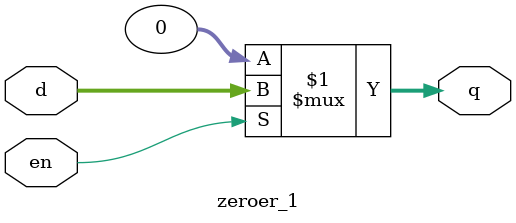
<source format=v>
module zeroer_1(d,en,q);
parameter WIDTH=32;
input en;
input [WIDTH-1:0] d;
output [WIDTH-1:0] q;
assign q= (en) ? d : 0;
endmodule
</source>
